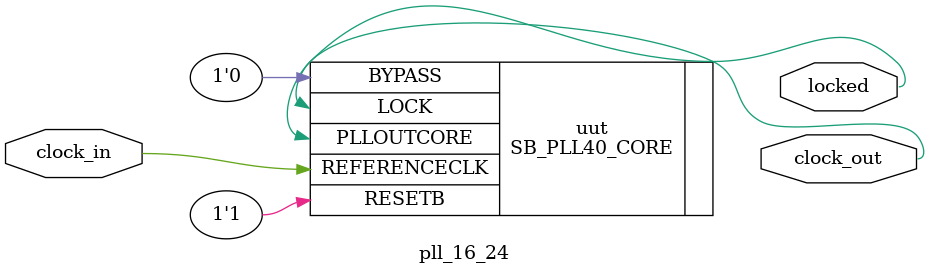
<source format=v>
/**
 * PLL configuration
 *
 * This Verilog module was generated automatically
 * using the icepll tool from the IceStorm project.
 * Use at your own risk.
 *
 * Given input frequency:        16.000 MHz
 * Requested output frequency:   24.000 MHz
 * Achieved output frequency:    24.000 MHz
 */

module pll_16_24(
	input  clock_in,
	output clock_out,
	output locked
	);

SB_PLL40_CORE #(
		.FEEDBACK_PATH("SIMPLE"),
		.DIVR(4'b0000),		// DIVR =  0
		.DIVF(7'b0101111),	// DIVF = 47
		.DIVQ(3'b101),		// DIVQ =  5
		.FILTER_RANGE(3'b001)	// FILTER_RANGE = 1
	) uut (
		.LOCK(locked),
		.RESETB(1'b1),
		.BYPASS(1'b0),
		.REFERENCECLK(clock_in),
		.PLLOUTCORE(clock_out)
		);

endmodule

</source>
